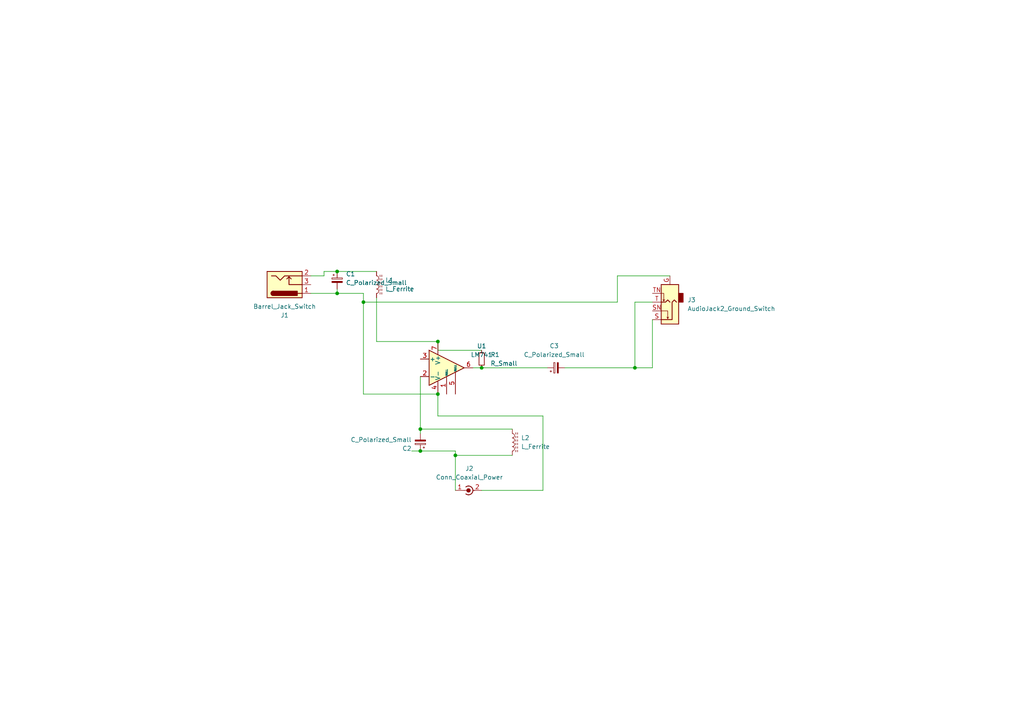
<source format=kicad_sch>
(kicad_sch (version 20231120) (generator "eeschema") (generator_version "8.0")
  (paper "A4")
  (lib_symbols
    (symbol "Amplifier_Operational:LM741" (pin_names (offset 0.127))
      (property "Reference" "U" (at 0 6.35 0))
      (property "Value" "LM741" (at 0 3.81 0))
      (symbol "LM741_0_1"
        (polyline (pts (xy -5.08 5.08) (xy 5.08 0) (xy -5.08 -5.08) (xy -5.08 5.08)) (stroke (width 0.254)) (fill (type background)))
      )
      (symbol "LM741_1_1"
        (pin input line (at 0 -7.62 90) (length 5.08) (name "NULL") (number "1"))
        (pin input line (at -7.62 -2.54 0) (length 2.54) (name "-") (number "2"))
        (pin input line (at -7.62 2.54 0) (length 2.54) (name "+") (number "3"))
        (pin power_in line (at -2.54 -7.62 90) (length 3.81) (name "V-") (number "4"))
        (pin input line (at 2.54 -7.62 90) (length 6.35) (name "NULL") (number "5"))
        (pin output line (at 7.62 0 180) (length 2.54) (name "~") (number "6"))
        (pin power_in line (at -2.54 7.62 270) (length 3.81) (name "V+") (number "7"))
        (pin no_connect line (at 0 2.54 270) (length 2.54) hide (name "NC") (number "8"))
      )
    )
    (symbol "Connector:Barrel_Jack_Switch" (pin_names hide)
      (property "Reference" "J" (at 0 5.334 0))
      (property "Value" "Barrel_Jack_Switch" (at 0 -5.08 0))
      (symbol "Barrel_Jack_Switch_0_1"
        (rectangle (start -5.08 3.81) (end 5.08 -3.81) (stroke (width 0.254)) (fill (type background)))
        (arc (start -3.302 3.175) (mid -3.9343 2.54) (end -3.302 1.905) (stroke (width 0.254)))
        (arc (start -3.302 3.175) (mid -3.9343 2.54) (end -3.302 1.905) (stroke (width 0.254)) (fill (type outline)))
        (polyline (pts (xy 1.27 -2.286) (xy 1.905 -1.651)) (stroke (width 0.254)))
        (polyline (pts (xy 5.08 2.54) (xy 3.81 2.54)) (stroke (width 0.254)))
        (polyline (pts (xy 5.08 0) (xy 1.27 0) (xy 1.27 -2.286) (xy 0.635 -1.651)) (stroke (width 0.254)))
        (polyline (pts (xy -3.81 -2.54) (xy -2.54 -2.54) (xy -1.27 -1.27) (xy 0 -2.54) (xy 2.54 -2.54) (xy 5.08 -2.54)) (stroke (width 0.254)))
        (rectangle (start 3.683 3.175) (end -3.302 1.905) (stroke (width 0.254)) (fill (type outline)))
      )
      (symbol "Barrel_Jack_Switch_1_1"
        (pin passive line (at 7.62 2.54 180) (length 2.54) (name "~") (number "1"))
        (pin passive line (at 7.62 -2.54 180) (length 2.54) (name "~") (number "2"))
        (pin passive line (at 7.62 0 180) (length 2.54) (name "~") (number "3"))
      )
    )
    (symbol "Connector:Conn_Coaxial_Power" (pin_names (offset 1.016) hide)
      (property "Reference" "J" (at -5.08 -1.27 90))
      (property "Value" "Conn_Coaxial_Power" (at -3.175 -1.27 90))
      (symbol "Conn_Coaxial_Power_0_1"
        (arc (start -1.27 -1.27) (mid 0 -2.5345) (end 1.27 -1.27) (stroke (width 0.254)))
        (arc (start -1.016 -0.508) (mid -1.2048 -0.8684) (end -1.27 -1.27) (stroke (width 0.254)))
        (circle (center 0 -1.27) (radius 0.508) (stroke (width 0.2032)) (fill (type outline)))
        (polyline (pts (xy 0 -2.54) (xy 0 -3.048)))
        (polyline (pts (xy 0 0) (xy 0 -1.27)))
        (arc (start 1.27 -1.27) (mid 1.2048 -0.8684) (end 1.016 -0.508) (stroke (width 0.254)))
      )
      (symbol "Conn_Coaxial_Power_1_1"
        (pin passive line (at 0 2.54 270) (length 2.54) (name "In") (number "1"))
        (pin passive line (at 0 -5.08 90) (length 2.54) (name "Ext") (number "2"))
      )
    )
    (symbol "Connector_Audio:AudioJack2_Ground_Switch"
      (property "Reference" "J" (at 0 11.43 0))
      (property "Value" "AudioJack2_Ground_Switch" (at 0 8.89 0))
      (symbol "AudioJack2_Ground_Switch_0_1"
        (rectangle (start -2.54 -2.54) (end -3.81 0) (stroke (width 0.254)) (fill (type outline)))
        (rectangle (start 2.54 6.35) (end -2.54 -5.08) (stroke (width 0.254)) (fill (type background)))
      )
      (symbol "AudioJack2_Ground_Switch_1_1"
        (polyline (pts (xy 0.635 4.826) (xy 0.889 4.318)))
        (polyline (pts (xy 1.778 -0.254) (xy 2.032 -0.762)))
        (polyline (pts (xy 0 0) (xy 0.635 -0.635) (xy 1.27 0) (xy 2.54 0)) (stroke (width 0.254)))
        (polyline (pts (xy 2.54 -2.54) (xy 1.778 -2.54) (xy 1.778 -0.254) (xy 1.524 -0.762)))
        (polyline (pts (xy 2.54 2.54) (xy 0.635 2.54) (xy 0.635 4.826) (xy 0.381 4.318)))
        (polyline (pts (xy 2.54 5.08) (xy -0.635 5.08) (xy -0.635 0) (xy -1.27 -0.635) (xy -1.905 0)) (stroke (width 0.254)))
        (pin passive line (at 0 -7.62 90) (length 2.54) (name "~") (number "G"))
        (pin passive line (at 5.08 5.08 180) (length 2.54) (name "~") (number "S"))
        (pin passive line (at 5.08 2.54 180) (length 2.54) (name "~") (number "SN"))
        (pin passive line (at 5.08 0 180) (length 2.54) (name "~") (number "T"))
        (pin passive line (at 5.08 -2.54 180) (length 2.54) (name "~") (number "TN"))
      )
    )
    (symbol "Device:C_Polarized_Small" (pin_numbers hide) (pin_names (offset 0.254) hide)
      (property "Reference" "C" (at 0.254 1.778 0))
      (property "Value" "C_Polarized_Small" (at 0.254 -2.032 0))
      (symbol "C_Polarized_Small_0_1"
        (rectangle (start -1.524 -0.3048) (end 1.524 -0.6858) (fill (type outline)))
        (rectangle (start -1.524 0.6858) (end 1.524 0.3048))
        (polyline (pts (xy -1.27 1.524) (xy -0.762 1.524)))
        (polyline (pts (xy -1.016 1.27) (xy -1.016 1.778)))
      )
      (symbol "C_Polarized_Small_1_1"
        (pin passive line (at 0 2.54 270) (length 1.8542) (name "~") (number "1"))
        (pin passive line (at 0 -2.54 90) (length 1.8542) (name "~") (number "2"))
      )
    )
    (symbol "Device:L_Ferrite" (pin_numbers hide) (pin_names (offset 1.016) hide)
      (property "Reference" "L" (at -1.27 0 90))
      (property "Value" "L_Ferrite" (at 2.794 0 90))
      (symbol "L_Ferrite_0_1"
        (arc (start 0 -2.54) (mid 0.6323 -1.905) (end 0 -1.27))
        (arc (start 0 -1.27) (mid 0.6323 -0.635) (end 0 0))
        (polyline (pts (xy 1.016 -2.794) (xy 1.016 -2.286)))
        (polyline (pts (xy 1.016 -1.778) (xy 1.016 -1.27)))
        (polyline (pts (xy 1.016 -0.762) (xy 1.016 -0.254)))
        (polyline (pts (xy 1.016 0.254) (xy 1.016 0.762)))
        (polyline (pts (xy 1.016 1.27) (xy 1.016 1.778)))
        (polyline (pts (xy 1.016 2.286) (xy 1.016 2.794)))
        (polyline (pts (xy 1.524 -2.286) (xy 1.524 -2.794)))
        (polyline (pts (xy 1.524 -1.27) (xy 1.524 -1.778)))
        (polyline (pts (xy 1.524 -0.254) (xy 1.524 -0.762)))
        (polyline (pts (xy 1.524 0.762) (xy 1.524 0.254)))
        (polyline (pts (xy 1.524 1.778) (xy 1.524 1.27)))
        (polyline (pts (xy 1.524 2.794) (xy 1.524 2.286)))
        (arc (start 0 0) (mid 0.6323 0.635) (end 0 1.27))
        (arc (start 0 1.27) (mid 0.6323 1.905) (end 0 2.54))
      )
      (symbol "L_Ferrite_1_1"
        (pin passive line (at 0 3.81 270) (length 1.27) (name "1") (number "1"))
        (pin passive line (at 0 -3.81 90) (length 1.27) (name "2") (number "2"))
      )
    )
    (symbol "Device:R_Small" (pin_numbers hide) (pin_names (offset 0.254) hide)
      (property "Reference" "R" (at 0.762 0.508 0))
      (property "Value" "R_Small" (at 0.762 -1.016 0))
      (symbol "R_Small_0_1"
        (rectangle (start -0.762 1.778) (end 0.762 -1.778) (stroke (width 0.2032)))
      )
      (symbol "R_Small_1_1"
        (pin passive line (at 0 2.54 270) (length 0.762) (name "~") (number "1"))
        (pin passive line (at 0 -2.54 90) (length 0.762) (name "~") (number "2"))
      )
    )
  )
  (junction (at 105.41 87.63))
  (junction (at 139.7 106.68))
  (junction (at 97.79 78.74))
  (junction (at 127 114.3))
  (junction (at 97.79 85.09))
  (junction (at 127 99.06))
  (junction (at 184.15 106.68))
  (junction (at 121.92 130.81))
  (junction (at 121.92 124.46))
  (junction (at 132.08 132.08))
  (wire (pts (xy 121.92 109.22) (xy 121.92 124.46)))
  (wire (pts (xy 137.16 106.68) (xy 139.7 106.68)))
  (wire (pts (xy 97.79 85.09) (xy 105.41 85.09)))
  (wire (pts (xy 90.17 80.01) (xy 93.98 80.01)))
  (wire (pts (xy 93.98 78.74) (xy 97.79 78.74)))
  (wire (pts (xy 105.41 87.63) (xy 179.07 87.63)))
  (wire (pts (xy 132.08 132.08) (xy 132.08 142.24)))
  (wire (pts (xy 139.7 101.6) (xy 127 101.6)))
  (wire (pts (xy 163.83 106.68) (xy 184.15 106.68)))
  (wire (pts (xy 184.15 106.68) (xy 184.15 87.63)))
  (wire (pts (xy 148.59 132.08) (xy 132.08 132.08)))
  (wire (pts (xy 132.08 130.81) (xy 132.08 132.08)))
  (wire (pts (xy 97.79 83.82) (xy 97.79 85.09)))
  (wire (pts (xy 127 120.65) (xy 127 114.3)))
  (wire (pts (xy 121.92 124.46) (xy 121.92 125.73)))
  (wire (pts (xy 119.38 130.81) (xy 121.92 130.81)))
  (wire (pts (xy 90.17 85.09) (xy 97.79 85.09)))
  (wire (pts (xy 121.92 130.81) (xy 132.08 130.81)))
  (wire (pts (xy 105.41 114.3) (xy 127 114.3)))
  (wire (pts (xy 189.23 106.68) (xy 189.23 92.71)))
  (wire (pts (xy 127 99.06) (xy 127 101.6)))
  (wire (pts (xy 179.07 80.01) (xy 194.31 80.01)))
  (wire (pts (xy 179.07 87.63) (xy 179.07 80.01)))
  (wire (pts (xy 109.22 86.36) (xy 109.22 99.06)))
  (wire (pts (xy 184.15 106.68) (xy 189.23 106.68)))
  (wire (pts (xy 139.7 142.24) (xy 157.48 142.24)))
  (wire (pts (xy 109.22 99.06) (xy 127 99.06)))
  (wire (pts (xy 139.7 106.68) (xy 158.75 106.68)))
  (wire (pts (xy 157.48 120.65) (xy 127 120.65)))
  (wire (pts (xy 157.48 142.24) (xy 157.48 120.65)))
  (wire (pts (xy 93.98 78.74) (xy 93.98 80.01)))
  (wire (pts (xy 105.41 85.09) (xy 105.41 87.63)))
  (wire (pts (xy 184.15 87.63) (xy 189.23 87.63)))
  (wire (pts (xy 97.79 78.74) (xy 109.22 78.74)))
  (wire (pts (xy 148.59 124.46) (xy 121.92 124.46)))
  (wire (pts (xy 105.41 87.63) (xy 105.41 114.3)))
  (symbol (lib_id "Device:L_Ferrite") (at 109.22 82.55 0) (unit 1)
    (property "Reference" "L1" (at 111.76 81.2799 0) (effects (justify left)))
    (property "Value" "L_Ferrite" (at 111.76 83.8199 0) (effects (justify left)))
    (property "Footprint" "Inductor_SMD:L_Bourns_SRR1210A" (effects (hide yes)))
    (property "Description" "Inductor with ferrite core" (effects (hide yes)))
  )
  (symbol (lib_id "Device:C_Polarized_Small") (at 121.92 128.27 180) (unit 1)
    (property "Reference" "C2" (at 119.38 130.0862 0) (effects (justify left)))
    (property "Value" "C_Polarized_Small" (at 119.38 127.5462 0) (effects (justify left)))
    (property "Footprint" "Capacitor_SMD:CP_Elec_5x5.4" (effects (hide yes)))
    (property "Description" "Polarized capacitor, small symbol" (effects (hide yes)))
  )
  (symbol (lib_id "Amplifier_Operational:LM741") (at 129.54 106.68 0) (unit 1)
    (property "Reference" "U1" (at 139.7 100.3614 0))
    (property "Value" "LM741" (at 139.7 102.9014 0))
    (property "Datasheet" "http://www.ti.com/lit/ds/symlink/lm741.pdf" (effects (hide yes)))
    (property "Description" "Operational Amplifier, DIP-8/TO-99-8" (effects (hide yes)))
  )
  (symbol (lib_id "Connector:Conn_Coaxial_Power") (at 134.62 142.24 90) (unit 1)
    (property "Reference" "J2" (at 136.144 135.89 90))
    (property "Value" "Conn_Coaxial_Power" (at 136.144 138.43 90))
    (property "Footprint" "Connector_Coaxial:BNC_Amphenol_B6252HB-NPP3G-50_Horizontal" (effects (hide yes)))
    (property "Description" "coaxial connector (BNC, SMA, SMB, SMC, Cinch/RCA, LEMO, ...)" (effects (hide yes)))
  )
  (symbol (lib_id "Device:C_Polarized_Small") (at 97.79 81.28 0) (unit 1)
    (property "Reference" "C1" (at 100.33 79.4638 0) (effects (justify left)))
    (property "Value" "C_Polarized_Small" (at 100.33 82.0038 0) (effects (justify left)))
    (property "Footprint" "Capacitor_SMD:CP_Elec_5x5.4" (effects (hide yes)))
    (property "Description" "Polarized capacitor, small symbol" (effects (hide yes)))
  )
  (symbol (lib_id "Connector:Barrel_Jack_Switch") (at 82.55 82.55 0) (mirror x) (unit 1)
    (property "Reference" "J1" (at 82.55 91.44 0))
    (property "Value" "Barrel_Jack_Switch" (at 82.55 88.9 0))
    (property "Footprint" "Connector_BarrelJack:BarrelJack_CUI_PJ-063AH_Horizontal" (effects (hide yes)))
    (property "Description" "DC Barrel Jack with an internal switch" (effects (hide yes)))
  )
  (symbol (lib_id "Connector_Audio:AudioJack2_Ground_Switch") (at 194.31 87.63 180) (unit 1)
    (property "Reference" "J3" (at 199.39 86.9949 0) (effects (justify right)))
    (property "Value" "AudioJack2_Ground_Switch" (at 199.39 89.5349 0) (effects (justify right)))
    (property "Footprint" "Connector_Audio:Jack_3.5mm_CUI_SJ1-3535NG_Horizontal" (effects (hide yes)))
    (property "Description" "Audio Jack, 2 Poles (Mono / TS), Grounded Sleeve, Switched Pole (Normalling)" (effects (hide yes)))
  )
  (symbol (lib_id "Device:L_Ferrite") (at 148.59 128.27 0) (unit 1)
    (property "Reference" "L2" (at 151.13 126.9999 0) (effects (justify left)))
    (property "Value" "L_Ferrite" (at 151.13 129.5399 0) (effects (justify left)))
    (property "Footprint" "Inductor_SMD:L_Bourns_SRR1210A" (effects (hide yes)))
    (property "Description" "Inductor with ferrite core" (effects (hide yes)))
  )
  (symbol (lib_id "Device:C_Polarized_Small") (at 161.29 106.68 90) (unit 1)
    (property "Reference" "C3" (at 160.7439 100.33 90))
    (property "Value" "C_Polarized_Small" (at 160.7439 102.87 90))
    (property "Footprint" "Capacitor_SMD:CP_Elec_6.3x5.4" (effects (hide yes)))
    (property "Description" "Polarized capacitor, small symbol" (effects (hide yes)))
  )
  (symbol (lib_id "Device:R_Small") (at 139.7 104.14 0) (unit 1)
    (property "Reference" "R1" (at 142.24 102.8699 0) (effects (justify left)))
    (property "Value" "R_Small" (at 142.24 105.4099 0) (effects (justify left)))
    (property "Footprint" "Resistor_THT:R_Axial_DIN0207_L6.3mm_D2.5mm_P7.62mm_Horizontal" (effects (hide yes)))
    (property "Description" "Resistor, small symbol" (effects (hide yes)))
  )
)
</source>
